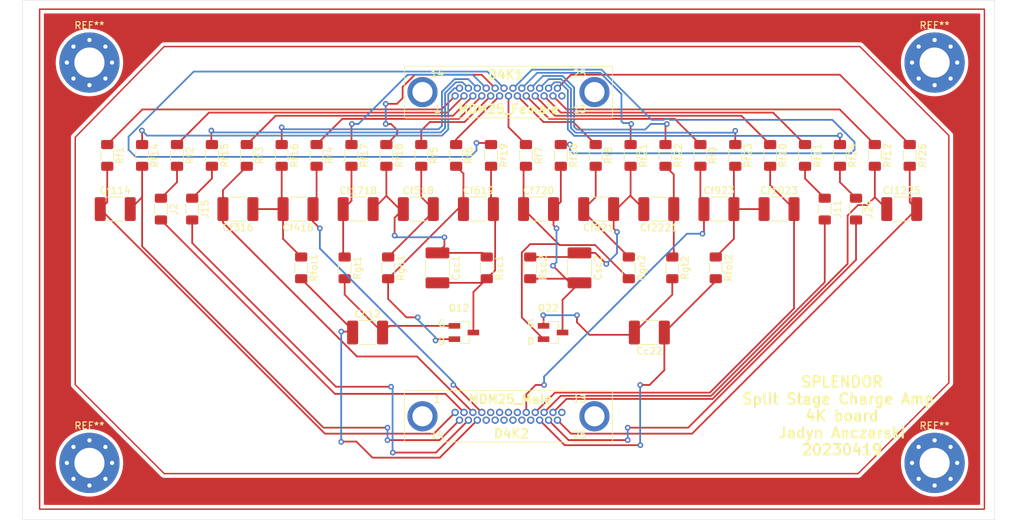
<source format=kicad_pcb>
(kicad_pcb (version 20211014) (generator pcbnew)

  (general
    (thickness 1.6)
  )

  (paper "A4")
  (layers
    (0 "F.Cu" signal)
    (31 "B.Cu" signal)
    (32 "B.Adhes" user "B.Adhesive")
    (33 "F.Adhes" user "F.Adhesive")
    (34 "B.Paste" user)
    (35 "F.Paste" user)
    (36 "B.SilkS" user "B.Silkscreen")
    (37 "F.SilkS" user "F.Silkscreen")
    (38 "B.Mask" user)
    (39 "F.Mask" user)
    (40 "Dwgs.User" user "User.Drawings")
    (41 "Cmts.User" user "User.Comments")
    (42 "Eco1.User" user "User.Eco1")
    (43 "Eco2.User" user "User.Eco2")
    (44 "Edge.Cuts" user)
    (45 "Margin" user)
    (46 "B.CrtYd" user "B.Courtyard")
    (47 "F.CrtYd" user "F.Courtyard")
    (48 "B.Fab" user)
    (49 "F.Fab" user)
    (50 "User.1" user)
    (51 "User.2" user)
    (52 "User.3" user)
    (53 "User.4" user)
    (54 "User.5" user)
    (55 "User.6" user)
    (56 "User.7" user)
    (57 "User.8" user)
    (58 "User.9" user)
  )

  (setup
    (pad_to_mask_clearance 0)
    (pcbplotparams
      (layerselection 0x00010fc_ffffffff)
      (disableapertmacros false)
      (usegerberextensions false)
      (usegerberattributes true)
      (usegerberadvancedattributes true)
      (creategerberjobfile true)
      (svguseinch false)
      (svgprecision 6)
      (excludeedgelayer true)
      (plotframeref false)
      (viasonmask false)
      (mode 1)
      (useauxorigin false)
      (hpglpennumber 1)
      (hpglpenspeed 20)
      (hpglpendiameter 15.000000)
      (dxfpolygonmode true)
      (dxfimperialunits true)
      (dxfusepcbnewfont true)
      (psnegative false)
      (psa4output false)
      (plotreference true)
      (plotvalue true)
      (plotinvisibletext false)
      (sketchpadsonfab false)
      (subtractmaskfromsilk false)
      (outputformat 1)
      (mirror false)
      (drillshape 1)
      (scaleselection 1)
      (outputdirectory "")
    )
  )

  (net 0 "")
  (net 1 "Net-(Cc22-Pad2)")
  (net 2 "Net-(Cf720-Pad1)")
  (net 3 "Net-(Cf720-Pad2)")
  (net 4 "Net-(Cc12-Pad2)")
  (net 5 "Net-(Cf619-Pad1)")
  (net 6 "Net-(Cf619-Pad2)")
  (net 7 "Net-(Cf2221-Pad2)")
  (net 8 "/6")
  (net 9 "Net-(Cf1718-Pad2)")
  (net 10 "Net-(Cf2221-Pad1)")
  (net 11 "Net-(Cf1718-Pad1)")
  (net 12 "Net-(Cf821-Pad2)")
  (net 13 "Net-(Cf518-Pad2)")
  (net 14 "Net-(Cf1023-Pad1)")
  (net 15 "Net-(Cc22-Pad1)")
  (net 16 "Net-(Cf316-Pad1)")
  (net 17 "Net-(Cc12-Pad1)")
  (net 18 "/14")
  (net 19 "Net-(Cf1225-Pad2)")
  (net 20 "/15")
  (net 21 "Net-(J24-Pad1)")
  (net 22 "/16")
  (net 23 "/17")
  (net 24 "/18")
  (net 25 "Net-(J2-Pad1)")
  (net 26 "Net-(D4K2-Pad2)")
  (net 27 "Net-(J11-Pad1)")
  (net 28 "Net-(D4K2-Pad11)")
  (net 29 "Net-(J15-Pad1)")
  (net 30 "Net-(D4K2-Pad15)")
  (net 31 "Net-(D4K2-Pad24)")
  (net 32 "/19")
  (net 33 "/5")
  (net 34 "/1")
  (net 35 "Net-(Cf114-Pad1)")
  (net 36 "/2")
  (net 37 "/3")
  (net 38 "Net-(Cf316-Pad2)")
  (net 39 "/4")
  (net 40 "Net-(Cf416-Pad1)")
  (net 41 "Net-(Cf923-Pad1)")
  (net 42 "Net-(Cf1023-Pad2)")
  (net 43 "Net-(Cf1225-Pad1)")
  (net 44 "Net-(Cf114-Pad2)")
  (net 45 "unconnected-(D4K1-Pad13)")
  (net 46 "unconnected-(D4K2-Pad5)")
  (net 47 "unconnected-(D4K2-Pad6)")
  (net 48 "unconnected-(D4K2-Pad7)")
  (net 49 "unconnected-(D4K2-Pad8)")
  (net 50 "unconnected-(D4K2-Pad13)")
  (net 51 "unconnected-(D4K2-Pad17)")
  (net 52 "unconnected-(D4K2-Pad18)")
  (net 53 "unconnected-(D4K2-Pad19)")
  (net 54 "unconnected-(D4K2-Pad20)")
  (net 55 "unconnected-(D4K2-Pad21)")
  (net 56 "unconnected-(D4K2-Pad22)")
  (net 57 "/12")
  (net 58 "/25")
  (net 59 "/24")
  (net 60 "/23")
  (net 61 "/22")
  (net 62 "/21")
  (net 63 "/20")
  (net 64 "/7")
  (net 65 "/8")
  (net 66 "/9")
  (net 67 "/10")
  (net 68 "/11")

  (footprint "MountingHole:MountingHole_4.3mm_M4_Pad_Via" (layer "F.Cu") (at 203.962 58.166))

  (footprint "Resistor_SMD:R_1206_3216Metric_Pad1.30x1.75mm_HandSolder" (layer "F.Cu") (at 135.65964 71.421159 -90))

  (footprint "Resistor_SMD:R_1206_3216Metric_Pad1.30x1.75mm_HandSolder" (layer "F.Cu") (at 140.640248 71.421159 -90))

  (footprint "MountingHole:MountingHole_4.3mm_M4_Pad_Via" (layer "F.Cu") (at 83.312 58.166))

  (footprint "Resistor_SMD:R_1206_3216Metric_Pad1.30x1.75mm_HandSolder" (layer "F.Cu") (at 185.46572 71.421159 -90))

  (footprint "Capacitor_SMD:C_1812_4532Metric_Pad1.57x3.40mm_HandSolder" (layer "F.Cu") (at 199.26456 79.081492))

  (footprint "Capacitor_SMD:C_1812_4532Metric_Pad1.57x3.40mm_HandSolder" (layer "F.Cu") (at 132.990224 87.471825 -90))

  (footprint "Capacitor_SMD:C_1812_4532Metric_Pad1.57x3.40mm_HandSolder" (layer "F.Cu") (at 173.17176 79.081492))

  (footprint "Resistor_SMD:R_1206_3216Metric_Pad1.30x1.75mm_HandSolder" (layer "F.Cu") (at 146.234 87.471825 -90))

  (footprint "Resistor_SMD:R_1206_3216Metric_Pad1.30x1.75mm_HandSolder" (layer "F.Cu") (at 155.582072 71.421159 -90))

  (footprint "Resistor_SMD:R_1206_3216Metric_Pad1.30x1.75mm_HandSolder" (layer "F.Cu") (at 170.523896 71.421159 -90))

  (footprint "Resistor_SMD:R_1206_3216Metric_Pad1.30x1.75mm_HandSolder" (layer "F.Cu") (at 100.795384 71.421159 -90))

  (footprint "Resistor_SMD:R_1206_3216Metric_Pad1.30x1.75mm_HandSolder" (layer "F.Cu") (at 175.504504 71.421159 -90))

  (footprint "Resistor_SMD:R_1206_3216Metric_Pad1.30x1.75mm_HandSolder" (layer "F.Cu") (at 90.834168 71.421159 -90))

  (footprint "Resistor_SMD:R_1206_3216Metric_Pad1.30x1.75mm_HandSolder" (layer "F.Cu") (at 115.737208 71.421159 -90))

  (footprint "Capacitor_SMD:C_1812_4532Metric_Pad1.57x3.40mm_HandSolder" (layer "F.Cu") (at 86.99656 79.081492))

  (footprint "Resistor_SMD:R_1206_3216Metric_Pad1.30x1.75mm_HandSolder" (layer "F.Cu") (at 160.307776 87.471825 -90))

  (footprint "Capacitor_SMD:C_1812_4532Metric_Pad1.57x3.40mm_HandSolder" (layer "F.Cu") (at 104.50616 79.081492 180))

  (footprint "Capacitor_SMD:C_1812_4532Metric_Pad1.57x3.40mm_HandSolder" (layer "F.Cu") (at 153.270888 87.471825 -90))

  (footprint "Resistor_SMD:R_1206_3216Metric_Pad1.30x1.75mm_HandSolder" (layer "F.Cu") (at 97.98296 79.081492 -90))

  (footprint "Capacitor_SMD:C_1812_4532Metric_Pad1.57x3.40mm_HandSolder" (layer "F.Cu") (at 113.08936 79.081492 180))

  (footprint "Resistor_SMD:R_1206_3216Metric_Pad1.30x1.75mm_HandSolder" (layer "F.Cu") (at 120.717816 71.421159 -90))

  (footprint "Capacitor_SMD:C_1812_4532Metric_Pad1.57x3.40mm_HandSolder" (layer "F.Cu") (at 163.24231 96.702158 180))

  (footprint "Resistor_SMD:R_1206_3216Metric_Pad1.30x1.75mm_HandSolder" (layer "F.Cu") (at 110.7566 71.421159 -90))

  (footprint "Resistor_SMD:R_1206_3216Metric_Pad1.30x1.75mm_HandSolder" (layer "F.Cu") (at 165.543288 71.421159 -90))

  (footprint "Resistor_SMD:R_1206_3216Metric_Pad1.30x1.75mm_HandSolder" (layer "F.Cu") (at 190.446328 71.421159 -90))

  (footprint "Resistor_SMD:R_1206_3216Metric_Pad1.30x1.75mm_HandSolder" (layer "F.Cu") (at 150.601464 71.421159 -90))

  (footprint "Transistor_Power_Module:CryoHEMTTransistor" (layer "F.Cu") (at 136.06331 95.752158))

  (footprint "Capacitor_SMD:C_1812_4532Metric_Pad1.57x3.40mm_HandSolder" (layer "F.Cu") (at 164.58856 79.081492 180))

  (footprint "Resistor_SMD:R_1206_3216Metric_Pad1.30x1.75mm_HandSolder" (layer "F.Cu") (at 160.56268 71.421159 -90))

  (footprint "Resistor_SMD:R_1206_3216Metric_Pad1.30x1.75mm_HandSolder" (layer "F.Cu") (at 125.698424 71.421159 -90))

  (footprint "Resistor_SMD:R_1206_3216Metric_Pad1.30x1.75mm_HandSolder" (layer "F.Cu") (at 145.620856 71.421159 -90))

  (footprint "Capacitor_SMD:C_1812_4532Metric_Pad1.57x3.40mm_HandSolder" (layer "F.Cu") (at 138.83896 79.081492))

  (footprint "Capacitor_SMD:C_1812_4532Metric_Pad1.57x3.40mm_HandSolder" (layer "F.Cu") (at 123.01881 96.702158))

  (footprint "Resistor_SMD:R_1206_3216Metric_Pad1.30x1.75mm_HandSolder" (layer "F.Cu") (at 140.027112 87.471825 -90))

  (footprint "Capacitor_SMD:C_1812_4532Metric_Pad1.57x3.40mm_HandSolder" (layer "F.Cu") (at 130.25576 79.081492))

  (footprint "Resistor_SMD:R_1206_3216Metric_Pad1.30x1.75mm_HandSolder" (layer "F.Cu") (at 195.426936 71.421159 -90))

  (footprint "Resistor_SMD:R_1206_3216Metric_Pad1.30x1.75mm_HandSolder" (layer "F.Cu") (at 188.27816 79.081492 -90))

  (footprint "Resistor_SMD:R_1206_3216Metric_Pad1.30x1.75mm_HandSolder" (layer "F.Cu") (at 105.775992 71.421159 -90))

  (footprint "Resistor_SMD:R_1206_3216Metric_Pad1.30x1.75mm_HandSolder" (layer "F.Cu") (at 85.85356 71.421159 -90))

  (footprint "Resistor_SMD:R_1206_3216Metric_Pad1.30x1.75mm_HandSolder" (layer "F.Cu") (at 93.51976 79.081492 -90))

  (footprint "Transistor_Power_Module:CryoHEMTTransistor" (layer "F.Cu") (at 148.78781 95.752158))

  (footprint "Capacitor_SMD:C_1812_4532Metric_Pad1.57x3.40mm_HandSolder" (layer "F.Cu") (at 156.00536 79.081492 180))

  (footprint "Resistor_SMD:R_1206_3216Metric_Pad1.30x1.75mm_HandSolder" (layer "F.Cu") (at 113.53956 87.471825 -90))

  (footprint "Capacitor_SMD:C_1812_4532Metric_Pad1.57x3.40mm_HandSolder" (layer "F.Cu") (at 121.67256 79.081492))

  (footprint "Resistor_SMD:R_1206_3216Metric_Pad1.30x1.75mm_HandSolder" (layer "F.Cu") (at 95.814776 71.421159 -90))

  (footprint "MountingHole:MountingHole_4.3mm_M4_Pad_Via" (layer "F.Cu") (at 203.962 115.316))

  (footprint "Connector_Dsub:mdm25-male-footprint" (layer "F.Cu") (at 143.13056 108.760326))

  (footprint "Capacitor_SMD:C_1812_4532Metric_Pad1.57x3.40mm_HandSolder" (layer "F.Cu") (at 181.75496 79.081492))

  (footprint "Capacitor_SMD:C_1812_4532Metric_Pad1.57x3.40mm_HandSolder" (layer "F.Cu") (at 147.42216 79.081492))

  (footprint "Resistor_SMD:R_1206_3216Metric_Pad1.30x1.75mm_HandSolder" (layer "F.Cu") (at 192.74136 79.081492 -90))

  (footprint "Resistor_SMD:R_1206_3216Metric_Pad1.30x1.75mm_HandSolder" (layer "F.Cu") (at 172.72156 87.471825 -90))

  (footprint "Resistor_SMD:R_1206_3216Metric_Pad1.30x1.75mm_HandSolder" (layer "F.Cu") (at 200.40756 71.421159 -90))

  (footprint "MountingHole:MountingHole_4.3mm_M4_Pad_Via" (layer "F.Cu") (at 83.312 115.316))

  (footprint "Resistor_SMD:R_1206_3216Metric_Pad1.30x1.75mm_HandSolder" (layer "F.Cu") (at 166.514664 87.471825 -90))

  (footprint "Resistor_SMD:R_1206_3216Metric_Pad1.30x1.75mm_HandSolder" (layer "F.Cu") (at 180.485112 71.421159 -90))

  (footprint "Resistor_SMD:R_1206_3216Metric_Pad1.30x1.75mm_HandSolder" (layer "F.Cu") (at 119.746448 87.471825 -90))

  (footprint "Resistor_SMD:R_1206_3216Metric_Pad1.30x1.75mm_HandSolder" (layer "F.Cu") (at 130.679032 71.421159 -90))

  (footprint "Resistor_SMD:R_1206_3216Metric_Pad1.30x1.75mm_HandSolder" (layer "F.Cu") (at 125.953336 87.471825 -90))

  (footprint "Connector_Dsub:mdm25_footprint" (layer "F.Cu") (at 143.13056 62.278326 180))

  (gr_line (start 81.28 68.834) (end 81.28 104.14) (layer "F.Cu") (width 0.2) (tstamp 0c2aba26-c952-4d84-95ac-6faa029fe17d))
  (gr_line (start 93.98 55.88) (end 81.28 68.834) (layer "F.Cu") (width 0.2) (tstamp 25506784-8a9c-46e8-832d-c4b7e0e027d6))
  (gr_line (start 193.294 55.88) (end 93.98 55.88) (layer "F.Cu") (width 0.2) (tstamp 2a72f968-9848-4be5-8252-ec9b00598f72))
  (gr_line (start 81.28 104.14) (end 93.98 116.84) (layer "F.Cu") (width 0.2) (tstamp 3245d1c8-01a0-4338-8b95-c9a663b23721))
  (gr_line (start 93.98 116.84) (end 193.04 116.84) (layer "F.Cu") (width 0.2) (tstamp 587810a7-3c46-4f5b-ab08-93a134858145))
  (gr_line (start 193.04 116.84) (end 205.994 103.886) (layer "F.Cu") (width 0.2) (tstamp 928b8224-43ae-4467-b828-c201eaaed1dc))
  (gr_line (start 205.994 103.886) (end 205.994 68.58) (layer "F.Cu") (width 0.2) (tstamp afb73473-30ca-4707-98d2-b1e6d3da137d))
  (gr_rect (start 76.2 50.546) (end 211.074 121.92) (layer "F.Cu") (width 0.2) (fill none) (tstamp f2d1381c-5180-4366-b71e-09cd77c00c40))
  (gr_line (start 205.994 68.58) (end 193.294 55.88) (layer "F
... [89249 chars truncated]
</source>
